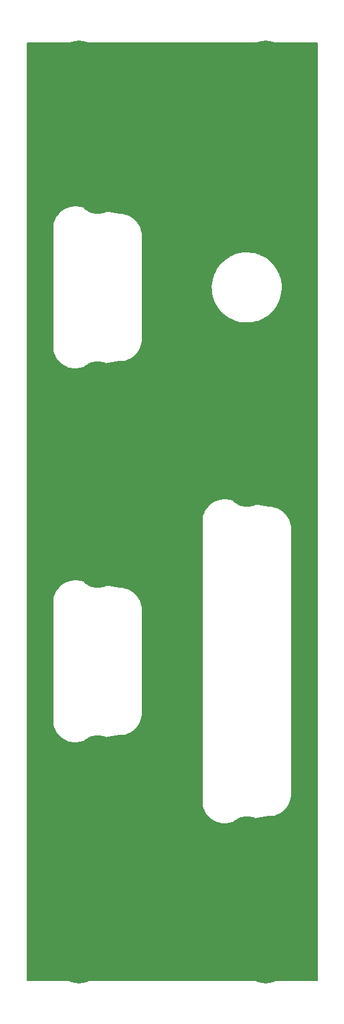
<source format=gtl>
G04 #@! TF.GenerationSoftware,KiCad,Pcbnew,(6.0.9-0)*
G04 #@! TF.CreationDate,2023-02-07T08:36:36+01:00*
G04 #@! TF.ProjectId,fp_SDU460,66705f53-4455-4343-9630-2e6b69636164,A*
G04 #@! TF.SameCoordinates,Original*
G04 #@! TF.FileFunction,Copper,L1,Top*
G04 #@! TF.FilePolarity,Positive*
%FSLAX46Y46*%
G04 Gerber Fmt 4.6, Leading zero omitted, Abs format (unit mm)*
G04 Created by KiCad (PCBNEW (6.0.9-0)) date 2023-02-07 08:36:36*
%MOMM*%
%LPD*%
G01*
G04 APERTURE LIST*
G04 #@! TA.AperFunction,ComponentPad*
%ADD10C,5.600000*%
G04 #@! TD*
G04 #@! TA.AperFunction,ComponentPad*
%ADD11C,5.000000*%
G04 #@! TD*
G04 APERTURE END LIST*
D10*
X99060000Y-167930000D03*
D11*
X76200000Y-63700000D03*
X76200000Y-88700000D03*
D10*
X73660000Y-45430000D03*
X73660000Y-167930000D03*
X99060000Y-45430000D03*
D11*
X96520000Y-150500000D03*
X96520000Y-103500000D03*
X76200000Y-114500000D03*
X76200000Y-139500000D03*
G04 #@! TA.AperFunction,Conductor*
G36*
X106113621Y-42933502D02*
G01*
X106160114Y-42987158D01*
X106171500Y-43039500D01*
X106171500Y-170320500D01*
X106151498Y-170388621D01*
X106097842Y-170435114D01*
X106045500Y-170446500D01*
X66674500Y-170446500D01*
X66606379Y-170426498D01*
X66559886Y-170372842D01*
X66548500Y-170320500D01*
X66548500Y-145993724D01*
X90506309Y-145993724D01*
X90507472Y-146002625D01*
X90507452Y-146004296D01*
X90507788Y-146007970D01*
X90523874Y-146314905D01*
X90573204Y-146626361D01*
X90654820Y-146930954D01*
X90767826Y-147225347D01*
X90769324Y-147228287D01*
X90876723Y-147439068D01*
X90910987Y-147506315D01*
X91082732Y-147770779D01*
X91281180Y-148015842D01*
X91504158Y-148238820D01*
X91749221Y-148437268D01*
X92013686Y-148609013D01*
X92294653Y-148752174D01*
X92589046Y-148865180D01*
X92893639Y-148946796D01*
X93059060Y-148972996D01*
X93201847Y-148995612D01*
X93201855Y-148995613D01*
X93205095Y-148996126D01*
X93446656Y-149008785D01*
X93451770Y-149009053D01*
X93451696Y-149010457D01*
X93455614Y-149009974D01*
X93455652Y-149009257D01*
X93457486Y-149009353D01*
X93459713Y-149009470D01*
X93459714Y-149009470D01*
X93475892Y-149010318D01*
X93486394Y-149010868D01*
X93500689Y-149012439D01*
X93507448Y-149013576D01*
X93513832Y-149013654D01*
X93515135Y-149013670D01*
X93515139Y-149013670D01*
X93520000Y-149013729D01*
X93547926Y-149009730D01*
X93554526Y-149008785D01*
X93560095Y-149008142D01*
X93564522Y-149008094D01*
X93569319Y-149007295D01*
X93569325Y-149007294D01*
X93594722Y-149003061D01*
X93597464Y-149002635D01*
X93664187Y-148993080D01*
X93668625Y-148991062D01*
X93673759Y-148989888D01*
X96019631Y-148598909D01*
X99538254Y-148012472D01*
X99552357Y-148010933D01*
X99834905Y-147996126D01*
X99838145Y-147995613D01*
X99838153Y-147995612D01*
X99980940Y-147972996D01*
X100146361Y-147946796D01*
X100450954Y-147865180D01*
X100745347Y-147752174D01*
X100799287Y-147724690D01*
X101023376Y-147610511D01*
X101023383Y-147610507D01*
X101026315Y-147609013D01*
X101290779Y-147437268D01*
X101535842Y-147238820D01*
X101758820Y-147015842D01*
X101957268Y-146770779D01*
X102129013Y-146506315D01*
X102272174Y-146225347D01*
X102385180Y-145930954D01*
X102466796Y-145626361D01*
X102516126Y-145314905D01*
X102530868Y-145033606D01*
X102532439Y-145019311D01*
X102533576Y-145012552D01*
X102533729Y-145000000D01*
X102529773Y-144972376D01*
X102528500Y-144954514D01*
X102528500Y-109053250D01*
X102530246Y-109032345D01*
X102532770Y-109017344D01*
X102532770Y-109017341D01*
X102533576Y-109012552D01*
X102533729Y-109000000D01*
X102532798Y-108993497D01*
X102531697Y-108982225D01*
X102516126Y-108685095D01*
X102466796Y-108373639D01*
X102385180Y-108069046D01*
X102359686Y-108002630D01*
X102273358Y-107777738D01*
X102272174Y-107774653D01*
X102129013Y-107493686D01*
X101957268Y-107229221D01*
X101758820Y-106984158D01*
X101535842Y-106761180D01*
X101290779Y-106562732D01*
X101026315Y-106390987D01*
X101023383Y-106389493D01*
X101023376Y-106389489D01*
X100748287Y-106249324D01*
X100745347Y-106247826D01*
X100450954Y-106134820D01*
X100146361Y-106053204D01*
X99971686Y-106025538D01*
X99838153Y-106004388D01*
X99838145Y-106004387D01*
X99834905Y-106003874D01*
X99674934Y-105995491D01*
X99553606Y-105989132D01*
X99539311Y-105987561D01*
X99532552Y-105986424D01*
X99531826Y-105986415D01*
X99530760Y-105986279D01*
X93630336Y-105002875D01*
X93630146Y-105002843D01*
X93537347Y-104987230D01*
X93537338Y-104987229D01*
X93532552Y-104986424D01*
X93526276Y-104986348D01*
X93524859Y-104986330D01*
X93524856Y-104986330D01*
X93520000Y-104986271D01*
X93515191Y-104986960D01*
X93515187Y-104986960D01*
X93514127Y-104987112D01*
X93513497Y-104987202D01*
X93502233Y-104988302D01*
X93472216Y-104989875D01*
X93469625Y-104989913D01*
X93468176Y-104990087D01*
X93467487Y-104990123D01*
X93458837Y-104989925D01*
X93458823Y-104989925D01*
X93458829Y-104989648D01*
X93455727Y-104989128D01*
X93455811Y-104990735D01*
X93205095Y-105003874D01*
X93201855Y-105004387D01*
X93201847Y-105004388D01*
X93059060Y-105027004D01*
X92893639Y-105053204D01*
X92589046Y-105134820D01*
X92294653Y-105247826D01*
X92013686Y-105390987D01*
X91749221Y-105562732D01*
X91504158Y-105761180D01*
X91281180Y-105984158D01*
X91082732Y-106229221D01*
X90910987Y-106493686D01*
X90767826Y-106774653D01*
X90654820Y-107069046D01*
X90573204Y-107373639D01*
X90523874Y-107685095D01*
X90523702Y-107688385D01*
X90508743Y-107973827D01*
X90507704Y-107983841D01*
X90507692Y-107984846D01*
X90506309Y-107993724D01*
X90508771Y-108012552D01*
X90510436Y-108025283D01*
X90511500Y-108041621D01*
X90511500Y-145950633D01*
X90510000Y-145970018D01*
X90506309Y-145993724D01*
X66548500Y-145993724D01*
X66548500Y-134993724D01*
X70186309Y-134993724D01*
X70187472Y-135002625D01*
X70187452Y-135004296D01*
X70187788Y-135007970D01*
X70203874Y-135314905D01*
X70253204Y-135626361D01*
X70334820Y-135930954D01*
X70447826Y-136225347D01*
X70449324Y-136228287D01*
X70556723Y-136439068D01*
X70590987Y-136506315D01*
X70762732Y-136770779D01*
X70961180Y-137015842D01*
X71184158Y-137238820D01*
X71429221Y-137437268D01*
X71693686Y-137609013D01*
X71974653Y-137752174D01*
X72269046Y-137865180D01*
X72573639Y-137946796D01*
X72739060Y-137972996D01*
X72881847Y-137995612D01*
X72881855Y-137995613D01*
X72885095Y-137996126D01*
X73126656Y-138008785D01*
X73131770Y-138009053D01*
X73131696Y-138010457D01*
X73135614Y-138009974D01*
X73135652Y-138009257D01*
X73137486Y-138009353D01*
X73139713Y-138009470D01*
X73139714Y-138009470D01*
X73155892Y-138010318D01*
X73166394Y-138010868D01*
X73180689Y-138012439D01*
X73187448Y-138013576D01*
X73193832Y-138013654D01*
X73195135Y-138013670D01*
X73195139Y-138013670D01*
X73200000Y-138013729D01*
X73227926Y-138009730D01*
X73234526Y-138008785D01*
X73240095Y-138008142D01*
X73244522Y-138008094D01*
X73249319Y-138007295D01*
X73249325Y-138007294D01*
X73274722Y-138003061D01*
X73277464Y-138002635D01*
X73344187Y-137993080D01*
X73348625Y-137991062D01*
X73353759Y-137989888D01*
X75699631Y-137598909D01*
X79218254Y-137012472D01*
X79232357Y-137010933D01*
X79514905Y-136996126D01*
X79518145Y-136995613D01*
X79518153Y-136995612D01*
X79660940Y-136972996D01*
X79826361Y-136946796D01*
X80130954Y-136865180D01*
X80425347Y-136752174D01*
X80479287Y-136724690D01*
X80703376Y-136610511D01*
X80703383Y-136610507D01*
X80706315Y-136609013D01*
X80970779Y-136437268D01*
X81215842Y-136238820D01*
X81438820Y-136015842D01*
X81637268Y-135770779D01*
X81809013Y-135506315D01*
X81952174Y-135225347D01*
X82065180Y-134930954D01*
X82146796Y-134626361D01*
X82196126Y-134314905D01*
X82210868Y-134033606D01*
X82212439Y-134019311D01*
X82213576Y-134012552D01*
X82213729Y-134000000D01*
X82209773Y-133972376D01*
X82208500Y-133954514D01*
X82208500Y-120053250D01*
X82210246Y-120032345D01*
X82212770Y-120017344D01*
X82212770Y-120017341D01*
X82213576Y-120012552D01*
X82213729Y-120000000D01*
X82212798Y-119993497D01*
X82211697Y-119982225D01*
X82196126Y-119685095D01*
X82146796Y-119373639D01*
X82065180Y-119069046D01*
X82039686Y-119002630D01*
X81953358Y-118777738D01*
X81952174Y-118774653D01*
X81809013Y-118493686D01*
X81637268Y-118229221D01*
X81438820Y-117984158D01*
X81215842Y-117761180D01*
X80970779Y-117562732D01*
X80706315Y-117390987D01*
X80703383Y-117389493D01*
X80703376Y-117389489D01*
X80428287Y-117249324D01*
X80425347Y-117247826D01*
X80130954Y-117134820D01*
X79826361Y-117053204D01*
X79651686Y-117025538D01*
X79518153Y-117004388D01*
X79518145Y-117004387D01*
X79514905Y-117003874D01*
X79354934Y-116995491D01*
X79233606Y-116989132D01*
X79219311Y-116987561D01*
X79212552Y-116986424D01*
X79211826Y-116986415D01*
X79210760Y-116986279D01*
X73310336Y-116002875D01*
X73310146Y-116002843D01*
X73217347Y-115987230D01*
X73217338Y-115987229D01*
X73212552Y-115986424D01*
X73206276Y-115986347D01*
X73204859Y-115986330D01*
X73204856Y-115986330D01*
X73200000Y-115986271D01*
X73195191Y-115986960D01*
X73195187Y-115986960D01*
X73194127Y-115987112D01*
X73193497Y-115987202D01*
X73182233Y-115988302D01*
X73152216Y-115989875D01*
X73149625Y-115989913D01*
X73148176Y-115990087D01*
X73147487Y-115990123D01*
X73138837Y-115989925D01*
X73138823Y-115989925D01*
X73138829Y-115989648D01*
X73135727Y-115989128D01*
X73135811Y-115990735D01*
X72885095Y-116003874D01*
X72881855Y-116004387D01*
X72881847Y-116004388D01*
X72739060Y-116027004D01*
X72573639Y-116053204D01*
X72269046Y-116134820D01*
X71974653Y-116247826D01*
X71693686Y-116390987D01*
X71429221Y-116562732D01*
X71184158Y-116761180D01*
X70961180Y-116984158D01*
X70762732Y-117229221D01*
X70590987Y-117493686D01*
X70447826Y-117774653D01*
X70334820Y-118069046D01*
X70253204Y-118373639D01*
X70203874Y-118685095D01*
X70203702Y-118688385D01*
X70188743Y-118973827D01*
X70187704Y-118983841D01*
X70187692Y-118984846D01*
X70186309Y-118993724D01*
X70188771Y-119012552D01*
X70190436Y-119025283D01*
X70191500Y-119041621D01*
X70191500Y-134950633D01*
X70190000Y-134970018D01*
X70186309Y-134993724D01*
X66548500Y-134993724D01*
X66548500Y-84193724D01*
X70186309Y-84193724D01*
X70187472Y-84202625D01*
X70187452Y-84204296D01*
X70187788Y-84207970D01*
X70203874Y-84514905D01*
X70253204Y-84826361D01*
X70334820Y-85130954D01*
X70447826Y-85425347D01*
X70449324Y-85428287D01*
X70556723Y-85639068D01*
X70590987Y-85706315D01*
X70762732Y-85970779D01*
X70961180Y-86215842D01*
X71184158Y-86438820D01*
X71429221Y-86637268D01*
X71693686Y-86809013D01*
X71974653Y-86952174D01*
X72269046Y-87065180D01*
X72573639Y-87146796D01*
X72739060Y-87172996D01*
X72881847Y-87195612D01*
X72881855Y-87195613D01*
X72885095Y-87196126D01*
X73126656Y-87208785D01*
X73131770Y-87209053D01*
X73131696Y-87210457D01*
X73135614Y-87209974D01*
X73135652Y-87209257D01*
X73137486Y-87209353D01*
X73139713Y-87209470D01*
X73139714Y-87209470D01*
X73155892Y-87210318D01*
X73166394Y-87210868D01*
X73180689Y-87212439D01*
X73187448Y-87213576D01*
X73193832Y-87213654D01*
X73195135Y-87213670D01*
X73195139Y-87213670D01*
X73200000Y-87213729D01*
X73227926Y-87209730D01*
X73234526Y-87208785D01*
X73240095Y-87208142D01*
X73244522Y-87208094D01*
X73249319Y-87207295D01*
X73249325Y-87207294D01*
X73274722Y-87203061D01*
X73277464Y-87202635D01*
X73344187Y-87193080D01*
X73348625Y-87191062D01*
X73353759Y-87189888D01*
X75699631Y-86798909D01*
X79218254Y-86212472D01*
X79232357Y-86210933D01*
X79514905Y-86196126D01*
X79518145Y-86195613D01*
X79518153Y-86195612D01*
X79660940Y-86172996D01*
X79826361Y-86146796D01*
X80130954Y-86065180D01*
X80425347Y-85952174D01*
X80479287Y-85924690D01*
X80703376Y-85810511D01*
X80703383Y-85810507D01*
X80706315Y-85809013D01*
X80970779Y-85637268D01*
X81215842Y-85438820D01*
X81438820Y-85215842D01*
X81637268Y-84970779D01*
X81809013Y-84706315D01*
X81952174Y-84425347D01*
X82065180Y-84130954D01*
X82146796Y-83826361D01*
X82196126Y-83514905D01*
X82210868Y-83233606D01*
X82212439Y-83219311D01*
X82213576Y-83212552D01*
X82213729Y-83200000D01*
X82209773Y-83172376D01*
X82208500Y-83154514D01*
X82208500Y-76075311D01*
X91758336Y-76075311D01*
X91760382Y-76186940D01*
X91766103Y-76499090D01*
X91811511Y-76920500D01*
X91894200Y-77336205D01*
X92013515Y-77742915D01*
X92168513Y-78137407D01*
X92169768Y-78139918D01*
X92337328Y-78475259D01*
X92357964Y-78516559D01*
X92580370Y-78877370D01*
X92833970Y-79216981D01*
X92835831Y-79219059D01*
X92835832Y-79219060D01*
X93082777Y-79494768D01*
X93116755Y-79532704D01*
X93118792Y-79534607D01*
X93118799Y-79534614D01*
X93312823Y-79715860D01*
X93426487Y-79822039D01*
X93760712Y-80082695D01*
X94116786Y-80312609D01*
X94119265Y-80313913D01*
X94119268Y-80313915D01*
X94489387Y-80508644D01*
X94489393Y-80508647D01*
X94491887Y-80509959D01*
X94494485Y-80511043D01*
X94494489Y-80511045D01*
X94880463Y-80672106D01*
X94880468Y-80672108D01*
X94883047Y-80673184D01*
X94885713Y-80674027D01*
X94885718Y-80674029D01*
X95105871Y-80743654D01*
X95287168Y-80800991D01*
X95701051Y-80892367D01*
X95703825Y-80892725D01*
X95703826Y-80892725D01*
X96118647Y-80946233D01*
X96118657Y-80946234D01*
X96121418Y-80946590D01*
X96124205Y-80946700D01*
X96124211Y-80946700D01*
X96370786Y-80956388D01*
X96544940Y-80963231D01*
X96547731Y-80963092D01*
X96547737Y-80963092D01*
X96965462Y-80942296D01*
X96965471Y-80942295D01*
X96968266Y-80942156D01*
X96971043Y-80941768D01*
X96971045Y-80941768D01*
X97044570Y-80931500D01*
X97388042Y-80883534D01*
X97390752Y-80882906D01*
X97390762Y-80882904D01*
X97798218Y-80788460D01*
X97800945Y-80787828D01*
X98012549Y-80718461D01*
X98201052Y-80656667D01*
X98201058Y-80656665D01*
X98203705Y-80655797D01*
X98593135Y-80488485D01*
X98966149Y-80287217D01*
X99319795Y-80053587D01*
X99651273Y-79789445D01*
X99957958Y-79496883D01*
X100237421Y-79178216D01*
X100241742Y-79172302D01*
X100485792Y-78838238D01*
X100485795Y-78838233D01*
X100487450Y-78835968D01*
X100488894Y-78833570D01*
X100488901Y-78833559D01*
X100704615Y-78475259D01*
X100704620Y-78475250D01*
X100706066Y-78472848D01*
X100891537Y-78091733D01*
X101042395Y-77695639D01*
X101051905Y-77661921D01*
X101156679Y-77290415D01*
X101157444Y-77287703D01*
X101222917Y-76939535D01*
X101235260Y-76873900D01*
X101235261Y-76873892D01*
X101235776Y-76871154D01*
X101243907Y-76787480D01*
X101276553Y-76451509D01*
X101276554Y-76451497D01*
X101276768Y-76449292D01*
X101283296Y-76200000D01*
X101264438Y-75776570D01*
X101208015Y-75356493D01*
X101179697Y-75231343D01*
X101115089Y-74945823D01*
X101114472Y-74943095D01*
X100984552Y-74539648D01*
X100934228Y-74420803D01*
X100820375Y-74151930D01*
X100820369Y-74151918D01*
X100819281Y-74149348D01*
X100619969Y-73775285D01*
X100388194Y-73420420D01*
X100310941Y-73322424D01*
X100127521Y-73089757D01*
X100127519Y-73089755D01*
X100125792Y-73087564D01*
X99834839Y-72779352D01*
X99832748Y-72777499D01*
X99832740Y-72777491D01*
X99519739Y-72500085D01*
X99519737Y-72500083D01*
X99517639Y-72498224D01*
X99176705Y-72246406D01*
X98985795Y-72130102D01*
X98817124Y-72027347D01*
X98817117Y-72027343D01*
X98814735Y-72025892D01*
X98693451Y-71966081D01*
X98437110Y-71839668D01*
X98434596Y-71838428D01*
X98432000Y-71837424D01*
X98431987Y-71837418D01*
X98134196Y-71722212D01*
X98039298Y-71685499D01*
X97795305Y-71615304D01*
X97634650Y-71569085D01*
X97634644Y-71569083D01*
X97631969Y-71568314D01*
X97629232Y-71567785D01*
X97629226Y-71567783D01*
X97485914Y-71540056D01*
X97215837Y-71487803D01*
X96794194Y-71444602D01*
X96791404Y-71444565D01*
X96791396Y-71444565D01*
X96526380Y-71441096D01*
X96370381Y-71439054D01*
X95947753Y-71471203D01*
X95944990Y-71471663D01*
X95944989Y-71471663D01*
X95532430Y-71540331D01*
X95532427Y-71540332D01*
X95529655Y-71540793D01*
X95526944Y-71541497D01*
X95526933Y-71541499D01*
X95122117Y-71646569D01*
X95122106Y-71646572D01*
X95119399Y-71647275D01*
X94864428Y-71738317D01*
X94722875Y-71788860D01*
X94722870Y-71788862D01*
X94720232Y-71789804D01*
X94717692Y-71790975D01*
X94717687Y-71790977D01*
X94612069Y-71839668D01*
X94335316Y-71967253D01*
X93967698Y-72178216D01*
X93965406Y-72179818D01*
X93965398Y-72179823D01*
X93622584Y-72419419D01*
X93620289Y-72421023D01*
X93295839Y-72693752D01*
X92996918Y-72994242D01*
X92725892Y-73320115D01*
X92484908Y-73668791D01*
X92275872Y-74037509D01*
X92274713Y-74040058D01*
X92274711Y-74040062D01*
X92101598Y-74420803D01*
X92101593Y-74420814D01*
X92100441Y-74423349D01*
X92099519Y-74425975D01*
X92099514Y-74425987D01*
X92019574Y-74653626D01*
X91960004Y-74823256D01*
X91855672Y-75234064D01*
X91788271Y-75652520D01*
X91758336Y-76075311D01*
X82208500Y-76075311D01*
X82208500Y-69253250D01*
X82210246Y-69232345D01*
X82212770Y-69217344D01*
X82212770Y-69217341D01*
X82213576Y-69212552D01*
X82213729Y-69200000D01*
X82212798Y-69193497D01*
X82211697Y-69182225D01*
X82196126Y-68885095D01*
X82146796Y-68573639D01*
X82065180Y-68269046D01*
X82039686Y-68202630D01*
X81953358Y-67977738D01*
X81952174Y-67974653D01*
X81809013Y-67693686D01*
X81637268Y-67429221D01*
X81438820Y-67184158D01*
X81215842Y-66961180D01*
X80970779Y-66762732D01*
X80706315Y-66590987D01*
X80703383Y-66589493D01*
X80703376Y-66589489D01*
X80428287Y-66449324D01*
X80425347Y-66447826D01*
X80130954Y-66334820D01*
X79826361Y-66253204D01*
X79651686Y-66225538D01*
X79518153Y-66204388D01*
X79518145Y-66204387D01*
X79514905Y-66203874D01*
X79354934Y-66195491D01*
X79233606Y-66189132D01*
X79219311Y-66187561D01*
X79212552Y-66186424D01*
X79211826Y-66186415D01*
X79210760Y-66186279D01*
X73310336Y-65202875D01*
X73310146Y-65202843D01*
X73217347Y-65187230D01*
X73217338Y-65187229D01*
X73212552Y-65186424D01*
X73206276Y-65186347D01*
X73204859Y-65186330D01*
X73204856Y-65186330D01*
X73200000Y-65186271D01*
X73195191Y-65186960D01*
X73195187Y-65186960D01*
X73194127Y-65187112D01*
X73193497Y-65187202D01*
X73182233Y-65188302D01*
X73152216Y-65189875D01*
X73149625Y-65189913D01*
X73148176Y-65190087D01*
X73147487Y-65190123D01*
X73138837Y-65189925D01*
X73138823Y-65189925D01*
X73138829Y-65189648D01*
X73135727Y-65189128D01*
X73135811Y-65190735D01*
X72885095Y-65203874D01*
X72881855Y-65204387D01*
X72881847Y-65204388D01*
X72739060Y-65227004D01*
X72573639Y-65253204D01*
X72269046Y-65334820D01*
X71974653Y-65447826D01*
X71693686Y-65590987D01*
X71429221Y-65762732D01*
X71184158Y-65961180D01*
X70961180Y-66184158D01*
X70762732Y-66429221D01*
X70590987Y-66693686D01*
X70447826Y-66974653D01*
X70334820Y-67269046D01*
X70253204Y-67573639D01*
X70203874Y-67885095D01*
X70203702Y-67888385D01*
X70188743Y-68173827D01*
X70187704Y-68183841D01*
X70187692Y-68184846D01*
X70186309Y-68193724D01*
X70188771Y-68212552D01*
X70190436Y-68225283D01*
X70191500Y-68241621D01*
X70191500Y-84150633D01*
X70190000Y-84170018D01*
X70186309Y-84193724D01*
X66548500Y-84193724D01*
X66548500Y-43039500D01*
X66568502Y-42971379D01*
X66622158Y-42924886D01*
X66674500Y-42913500D01*
X106045500Y-42913500D01*
X106113621Y-42933502D01*
G37*
G04 #@! TD.AperFunction*
M02*

</source>
